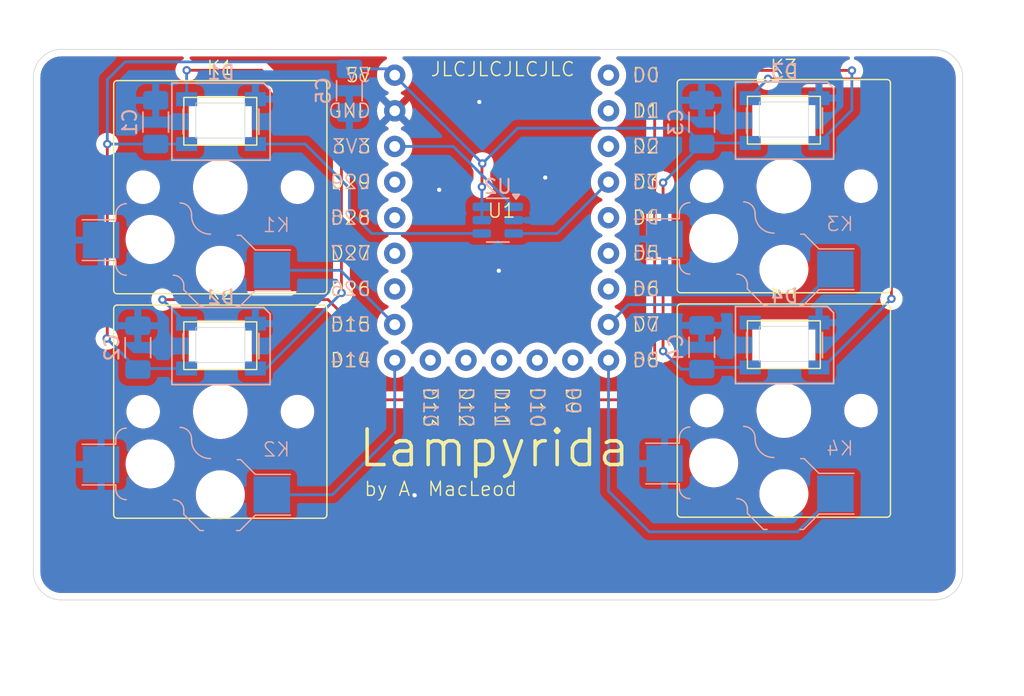
<source format=kicad_pcb>
(kicad_pcb (version 20240108) (generator "pcbnew") (generator_version "8.0")
  (layers (0 "F.Cu" signal) (31 "B.Cu" signal) (34 "B.Paste" user) (35 "F.Paste" user) (36 "B.SilkS" user "B.Silkscreen") (37 "F.SilkS" user "F.Silkscreen") (38 "B.Mask" user) (39 "F.Mask" user) (44 "Edge.Cuts" user))
  (net 0 "")
  (net 16 "GND")
  (net 17 "+5V")
  (net 18 "Net-(D1-DIN)")
  (net 19 "Net-(D1-DOUT)")
  (net 20 "Net-(D2-DOUT)")
  (net 21 "Net-(D3-DOUT)")
  (net 22 "key1")
  (net 23 "key2")
  (net 24 "key3")
  (net 25 "key4")
  (net 26 "RGB")
  (net 27 "VCC")
  (footprint "keyboard_parts:Socket_PG1350_Hotswap" (layer "F.Cu") (at 70.5 30)
    (property "Reference" "K3" (at 0 -8.5 0) (layer "F.SilkS") (effects (font (thickness 0.1))))
    (property "Value" "SW_Push_45deg")
    (fp_line (start -9.85 2.325) (end -7.45 2.325) (stroke (width 0.1)) (layer "B.SilkS"))
    (fp_line (start -9.85 5.225) (end -7.45 5.225) (stroke (width 0.1)) (layer "B.SilkS"))
    (fp_line (start -7.45 2.325) (end -7.45 1.925) (stroke (width 0.1)) (layer "B.SilkS"))
    (fp_line (start -7.45 5.525) (end -7.45 5.225) (stroke (width 0.1)) (layer "B.SilkS"))
    (fp_line (start -2.6 7.025) (end -2.6 7.325) (stroke (width 0.1)) (layer "B.SilkS"))
    (fp_line (start -2.05 2.025) (end -2.05 1.925) (stroke (width 0.1)) (layer "B.SilkS"))
    (fp_line (start -1.45 8.475) (end -2.6 7.325) (stroke (width 0.1)) (layer "B.SilkS"))
    (fp_line (start -1.2 8.475) (end -1.45 8.475) (stroke (width 0.1)) (layer "B.SilkS"))
    (fp_line (start 1.150358 8.474642) (end 1.400358 8.474642) (stroke (width 0.1)) (layer "B.SilkS"))
    (fp_line (start 1.400358 8.474642) (end 2.499642 7.375358) (stroke (width 0.1)) (layer "B.SilkS"))
    (fp_line (start 1.45 3.425) (end 1.2 3.425) (stroke (width 0.1)) (layer "B.SilkS"))
    (fp_line (start 2.5 4.475) (end 1.45 3.425) (stroke (width 0.1)) (layer "B.SilkS"))
    (fp_line (start 2.5 4.475) (end 5 4.475) (stroke (width 0.1)) (layer "B.SilkS"))
    (fp_line (start 2.5 7.375) (end 5 7.375) (stroke (width 0.1)) (layer "B.SilkS"))
    (fp_arc (start -7.45 1.925) (mid -7.23033 1.39467) (end -6.7 1.175) (stroke (width 0.1)) (layer "B.SilkS"))
    (fp_arc (start -6.7 6.275) (mid -7.23033 6.05533) (end -7.45 5.525) (stroke (width 0.1)) (layer "B.SilkS"))
    (fp_arc (start -3.35 6.275) (mid -2.81967 6.49467) (end -2.6 7.025) (stroke (width 0.1)) (layer "B.SilkS"))
    (fp_arc (start -2.865685 1.125514) (mid -2.283982 1.369612) (end -2.050653 1.955718) (stroke (width 0.1)) (layer "B.SilkS"))
    (fp_arc (start -0.7 3.345406) (mid -1.644238 2.974999) (end -2.05 2.045406) (stroke (width 0.1)) (layer "B.SilkS"))
    (fp_line (start -7.6 7.35) (end -7.6 -7.35) (stroke (width 0.1)) (layer "F.SilkS"))
    (fp_line (start -7.35 -7.6) (end 7.35 -7.6) (stroke (width 0.1)) (layer "F.SilkS"))
    (fp_line (start 7.35 7.6) (end -7.35 7.6) (stroke (width 0.1)) (layer "F.SilkS"))
    (fp_line (start 7.6 -7.35) (end 7.6 7.35) (stroke (width 0.1)) (layer "F.SilkS"))
    (fp_rect (start -2.6 -6.4) (end 2.6 -3) (stroke (width 0.1)) (fill none) (layer "F.SilkS"))
    (fp_arc (start -7.6 -7.35) (mid -7.526777 -7.526777) (end -7.35 -7.6) (stroke (width 0.1)) (layer "F.SilkS"))
    (fp_arc (start -7.35 7.6) (mid -7.526777 7.526777) (end -7.6 7.35) (stroke (width 0.1)) (layer "F.SilkS"))
    (fp_arc (start 7.35 -7.6) (mid 7.526777 -7.526777) (end 7.6 -7.35) (stroke (width 0.1)) (layer "F.SilkS"))
    (fp_arc (start 7.6 7.35) (mid 7.526777 7.526777) (end 7.35 7.6) (stroke (width 0.1)) (layer "F.SilkS"))
    (fp_rect (start -1.75 -6) (end 1.75 -3.5) (stroke (width 0.05)) (fill none) (layer "Edge.Cuts"))
    (fp_text user "${REFERENCE}" (at 4 2.7 0) (layer "B.SilkS") (effects (font (thickness 0.1)) (justify mirror)))
    (pad "" np_thru_hole circle (at -5.5 0) (size 1.9 1.9) (drill 1.9) (layers "F&B.Cu" "*.Mask"))
    (pad "" np_thru_hole circle (at -5 3.725) (size 3 3) (drill 3) (layers "F&B.Cu" "*.Mask"))
    (pad "" np_thru_hole circle (at 0 0) (size 3.4 3.4) (drill 3.4) (layers "F&B.Cu" "*.Mask"))
    (pad "" np_thru_hole circle (at 0 5.925) (size 3 3) (drill 3) (layers "F&B.Cu" "*.Mask"))
    (pad "" np_thru_hole circle (at 5.5 0) (size 1.9 1.9) (drill 1.9) (layers "F&B.Cu" "*.Mask"))
    (pad "1" smd rect (at 3.675 5.925) (size 2.6 2.6) (layers "B.Cu" "B.Paste" "B.Mask") (net 24 "key3"))
    (pad "2" smd rect (at -8.5 3.775) (size 2.6 2.6) (layers "B.Cu" "B.Paste" "B.Mask") (net 16 "GND"))
  )
  (footprint "keyboard_parts:RP2040 Zero (Through Hole)" (layer "F.Cu") (at 50.38 32.25)
    (property "Reference" "U1" (at 0 -0.5 0) (layer "F.SilkS") (effects (font (thickness 0.1))))
    (property "Value" "RP2040 Zero")
    (fp_text user "D5" (at 9.25 2.52 0) (layer "B.SilkS") (effects (font (thickness 0.1)) (justify right mirror)))
    (fp_text user "D14" (at -9.25 10.15 0) (layer "B.SilkS") (effects (font (thickness 0.1)) (justify left mirror)))
    (fp_text user "D26" (at -9.25 5.07 0) (layer "B.SilkS") (effects (font (thickness 0.1)) (justify left mirror)))
    (fp_text user "D3" (at 9.25 -2.56 0) (layer "B.SilkS") (effects (font (thickness 0.1)) (justify right mirror)))
    (fp_text user "D7" (at 9.25 7.6 0) (layer "B.SilkS") (effects (font (thickness 0.1)) (justify right mirror)))
    (fp_text user "D10" (at 2.56 12 -90) (layer "B.SilkS") (effects (font (thickness 0.1)) (justify right mirror)))
    (fp_text user "D4" (at 9.25 -0.02 0) (layer "B.SilkS") (effects (font (thickness 0.1)) (justify right mirror)))
    (fp_text user "D27" (at -9.25 2.53 0) (layer "B.SilkS") (effects (font (thickness 0.1)) (justify left mirror)))
    (fp_text user "D11" (at 0.02 12 -90) (layer "B.SilkS") (effects (font (thickness 0.1)) (justify right mirror)))
    (fp_text user "3V3" (at -9.25 -5.09 0) (layer "B.SilkS") (effects (font (thickness 0.1)) (justify left mirror)))
    (fp_text user "D6" (at 9.25 5.06 0) (layer "B.SilkS") (effects (font (thickness 0.1)) (justify right mirror)))
    (fp_text user "D13" (at -5.06 12 -90) (layer "B.SilkS") (effects (font (thickness 0.1)) (justify right mirror)))
    (fp_text user "D12" (at -2.52 12 -90) (layer "B.SilkS") (effects (font (thickness 0.1)) (justify right mirror)))
    (fp_text user "D15" (at -9.25 7.61 0) (layer "B.SilkS") (effects (font (thickness 0.1)) (justify left mirror)))
    (fp_text user "D28" (at -9.25 -0.01 0) (layer "B.SilkS") (effects (font (thickness 0.1)) (justify left mirror)))
    (fp_text user "D2" (at 9.25 -5.1 0) (layer "B.SilkS") (effects (font (thickness 0.1)) (justify right mirror)))
    (fp_text user "GND" (at -9.25 -7.63 0) (layer "B.SilkS") (effects (font (thickness 0.1)) (justify left mirror)))
    (fp_text user "5V" (at -9.25 -10.17 0) (layer "B.SilkS") (effects (font (thickness 0.1)) (justify left mirror)))
    (fp_text user "D0" (at 9.25 -10.16 0) (layer "B.SilkS") (effects (font (thickness 0.1)) (justify right mirror)))
    (fp_text user "D8" (at 9.25 10.14 0) (layer "B.SilkS") (effects (font (thickness 0.1)) (justify right mirror)))
    (fp_text user "D9" (at 5.1 12 -90) (layer "B.SilkS") (effects (font (thickness 0.1)) (justify right mirror)))
    (fp_text user "D29" (at -9.25 -2.55 0) (layer "B.SilkS") (effects (font (thickness 0.1)) (justify left mirror)))
    (fp_text user "D1" (at 9.25 -7.64 0) (layer "B.SilkS") (effects (font (thickness 0.1)) (justify right mirror)))
    (fp_text user "D3" (at 9.25 -2.54 0) (layer "F.SilkS") (effects (font (thickness 0.1)) (justify left)))
    (fp_text user "D5" (at 9.25 2.54 0) (layer "F.SilkS") (effects (font (thickness 0.1)) (justify left)))
    (fp_text user "D6" (at 9.25 5.08 0) (layer "F.SilkS") (effects (font (thickness 0.1)) (justify left)))
    (fp_text user "D14" (at -9.25 10.16 0) (layer "F.SilkS") (effects (font (thickness 0.1)) (justify right)))
    (fp_text user "5V" (at -9.25 -10.16 0) (layer "F.SilkS") (effects (font (thickness 0.1)) (justify right)))
    (fp_text user "D26" (at -9.25 5.08 0) (layer "F.SilkS") (effects (font (thickness 0.1)) (justify right)))
    (fp_text user "D28" (at -9.25 0 0) (layer "F.SilkS") (effects (font (thickness 0.1)) (justify right)))
    (fp_text user "D8" (at 9.25 10.16 0) (layer "F.SilkS") (effects (font (thickness 0.1)) (justify left)))
    (fp_text user "D7" (at 9.25 7.62 0) (layer "F.SilkS") (effects (font (thickness 0.1)) (justify left)))
    (fp_text user "D29" (at -9.25 -2.54 0) (layer "F.SilkS") (effects (font (thickness 0.1)) (justify right)))
    (fp_text user "D27" (at -9.25 2.54 0) (layer "F.SilkS") (effects (font (thickness 0.1)) (justify right)))
    (fp_text user "GND" (at -9.25 -7.62 0) (layer "F.SilkS") (effects (font (thickness 0.1)) (justify right)))
    (fp_text user "D0" (at 9.25 -10.16 0) (layer "F.SilkS") (effects (font (thickness 0.1)) (justify left)))
    (fp_text user "3V3" (at -9.25 -5.08 0) (layer "F.SilkS") (effects (font (thickness 0.1)) (justify right)))
    (fp_text user "D1" (at 9.25 -7.62 0) (layer "F.SilkS") (effects (font (thickness 0.1)) (justify left)))
    (fp_text user "D15" (at -9.25 7.62 0) (layer "F.SilkS") (effects (font (thickness 0.1)) (justify right)))
    (fp_text user "D10" (at 2.54 12 -90) (layer "F.SilkS") (effects (font (thickness 0.1)) (justify left)))
    (fp_text user "D4" (at 9.25 0 0) (layer "F.SilkS") (effects (font (thickness 0.1)) (justify left)))
    (fp_text user "D11" (at 0 12 -90) (layer "F.SilkS") (effects (font (thickness 0.1)) (justify left)))
    (fp_text user "D12" (at -2.54 12 -90) (layer "F.SilkS") (effects (font (thickness 0.1)) (justify left)))
    (fp_text user "D9" (at 5.08 12 -90) (layer "F.SilkS") (effects (font (thickness 0.1)) (justify left)))
    (fp_text user "D13" (at -5.08 12 -90) (layer "F.SilkS") (effects (font (thickness 0.1)) (justify left)))
    (fp_text user "D2" (at 9.25 -5.08 0) (layer "F.SilkS") (effects (font (thickness 0.1)) (justify left)))
    (pad "0" thru_hole circle (at 7.62 -10.16) (size 1.524 1.524) (drill 0.762) (layers "*.Cu" "*.Mask"))
    (pad "1" thru_hole circle (at 7.62 -7.62) (size 1.524 1.524) (drill 0.762) (layers "*.Cu" "*.Mask"))
    (pad "2" thru_hole circle (at 7.62 -5.08) (size 1.524 1.524) (drill 0.762) (layers "*.Cu" "*.Mask"))
    (pad "3" thru_hole circle (at 7.62 -2.54) (size 1.524 1.524) (drill 0.762) (layers "*.Cu" "*.Mask") (net 26 "RGB"))
    (pad "4" thru_hole circle (at 7.62 0) (size 1.524 1.524) (drill 0.762) (layers "*.Cu" "*.Mask"))
    (pad "5" thru_hole circle (at 7.62 2.54) (size 1.524 1.524) (drill 0.762) (layers "*.Cu" "*.Mask"))
    (pad "6" thru_hole circle (at 7.62 5.08) (size 1.524 1.524) (drill 0.762) (layers "*.Cu" "*.Mask"))
    (pad "7" thru_hole circle (at 7.62 7.62) (size 1.524 1.524) (drill 0.762) (layers "*.Cu" "*.Mask") (net 24 "key3"))
    (pad "8" thru_hole circle (at 7.62 10.16) (size 1.524 1.524) (drill 0.762) (layers "*.Cu" "*.Mask") (net 25 "key4"))
    (pad "9" thru_hole circle (at 5.08 10.16) (size 1.524 1.524) (drill 0.762) (layers "*.Cu" "*.Mask"))
    (pad "10" thru_hole circle (at 2.54 10.16) (size 1.524 1.524) (drill 0.762) (layers "*.Cu" "*.Mask"))
    (pad "11" thru_hole circle (at 0 10.16) (size 1.524 1.524) (drill 0.762) (layers "*.Cu" "*.Mask"))
    (pad "12" thru_hole circle (at -2.54 10.16) (size 1.524 1.524) (drill 0.762) (layers "*.Cu" "*.Mask"))
    (pad "13" thru_hole circle (at -5.08 10.16) (size 1.524 1.524) (drill 0.762) (layers "*.Cu" "*.Mask"))
    (pad "14" thru_hole circle (at -7.62 10.16) (size 1.524 1.524) (drill 0.762) (layers "*.Cu" "*.Mask") (net 23 "key2"))
    (pad "15" thru_hole circle (at -7.62 7.62) (size 1.524 1.524) (drill 0.762) (layers "*.Cu" "*.Mask") (net 22 "key1"))
    (pad "26" thru_hole circle (at -7.62 5.08) (size 1.524 1.524) (drill 0.762) (layers "*.Cu" "*.Mask"))
    (pad "27" thru_hole circle (at -7.62 2.54) (size 1.524 1.524) (drill 0.762) (layers "*.Cu" "*.Mask"))
    (pad "28" thru_hole circle (at -7.62 0) (size 1.524 1.524) (drill 0.762) (layers "*.Cu" "*.Mask"))
    (pad "29" thru_hole circle (at -7.62 -2.54) (size 1.524 1.524) (drill 0.762) (layers "*.Cu" "*.Mask"))
    (pad "30" thru_hole circle (at -7.62 -5.08) (size 1.524 1.524) (drill 0.762) (layers "*.Cu" "*.Mask") (net 27 "VCC"))
    (pad "31" thru_hole circle (at -7.62 -7.62) (size 1.524 1.524) (drill 0.762) (layers "*.Cu" "*.Mask") (net 16 "GND"))
    (pad "32" thru_hole circle (at -7.62 -10.16) (size 1.524 1.524) (drill 0.762) (layers "*.Cu" "*.Mask") (net 17 "+5V"))
  )
  (footprint "keyboard_parts:Socket_PG1350_Hotswap" (layer "F.Cu") (at 30.325 30.075)
    (property "Reference" "K1" (at 0 -8.5 0) (layer "F.SilkS") (effects (font (thickness 0.1))))
    (property "Value" "SW_Push_45deg")
    (fp_line (start -9.85 2.325) (end -7.45 2.325) (stroke (width 0.1)) (layer "B.SilkS"))
    (fp_line (start -9.85 5.225) (end -7.45 5.225) (stroke (width 0.1)) (layer "B.SilkS"))
    (fp_line (start -7.45 2.325) (end -7.45 1.925) (stroke (width 0.1)) (layer "B.SilkS"))
    (fp_line (start -7.45 5.525) (end -7.45 5.225) (stroke (width 0.1)) (layer "B.SilkS"))
    (fp_line (start -2.6 7.025) (end -2.6 7.325) (stroke (width 0.1)) (layer "B.SilkS"))
    (fp_line (start -2.05 2.025) (end -2.05 1.925) (stroke (width 0.1)) (layer "B.SilkS"))
    (fp_line (start -1.45 8.475) (end -2.6 7.325) (stroke (width 0.1)) (layer "B.SilkS"))
    (fp_line (start -1.2 8.475) (end -1.45 8.475) (stroke (width 0.1)) (layer "B.SilkS"))
    (fp_line (start 1.150358 8.474642) (end 1.400358 8.474642) (stroke (width 0.1)) (layer "B.SilkS"))
    (fp_line (start 1.400358 8.474642) (end 2.499642 7.375358) (stroke (width 0.1)) (layer "B.SilkS"))
    (fp_line (start 1.45 3.425) (end 1.2 3.425) (stroke (width 0.1)) (layer "B.SilkS"))
    (fp_line (start 2.5 4.475) (end 1.45 3.425) (stroke (width 0.1)) (layer "B.SilkS"))
    (fp_line (start 2.5 4.475) (end 5 4.475) (stroke (width 0.1)) (layer "B.SilkS"))
    (fp_line (start 2.5 7.375) (end 5 7.375) (stroke (width 0.1)) (layer "B.SilkS"))
    (fp_arc (start -7.45 1.925) (mid -7.23033 1.39467) (end -6.7 1.175) (stroke (width 0.1)) (layer "B.SilkS"))
    (fp_arc (start -6.7 6.275) (mid -7.23033 6.05533) (end -7.45 5.525) (stroke (width 0.1)) (layer "B.SilkS"))
    (fp_arc (start -3.35 6.275) (mid -2.81967 6.49467) (end -2.6 7.025) (stroke (width 0.1)) (layer "B.SilkS"))
    (fp_arc (start -2.865685 1.125514) (mid -2.283982 1.369612) (end -2.050653 1.955718) (stroke (width 0.1)) (layer "B.SilkS"))
    (fp_arc (start -0.7 3.345406) (mid -1.644238 2.974999) (end -2.05 2.045406) (stroke (width 0.1)) (layer "B.SilkS"))
    (fp_line (start -7.6 7.35) (end -7.6 -7.35) (stroke (width 0.1)) (layer "F.SilkS"))
    (fp_line (start -7.35 -7.6) (end 7.35 -7.6) (stroke (width 0.1)) (layer "F.SilkS"))
    (fp_line (start 7.35 7.6) (end -7.35 7.6) (stroke (width 0.1)) (layer "F.SilkS"))
    (fp_line (start 7.6 -7.35) (end 7.6 7.35) (stroke (width 0.1)) (layer "F.SilkS"))
    (fp_rect (start -2.6 -6.4) (end 2.6 -3) (stroke (width 0.1)) (fill none) (layer "F.SilkS"))
    (fp_arc (start -7.6 -7.35) (mid -7.526777 -7.526777) (end -7.35 -7.6) (stroke (width 0.1)) (layer "F.SilkS"))
    (fp_arc (start -7.35 7.6) (mid -7.526777 7.526777) (end -7.6 7.35) (stroke (width 0.1)) (layer "F.SilkS"))
    (fp_arc (start 7.35 -7.6) (mid 7.526777 -7.526777) (end 7.6 -7.35) (stroke (width 0.1)) (layer "F.SilkS"))
    (fp_arc (start 7.6 7.35) (mid 7.526777 7.526777) (end 7.35 7.6) (stroke (width 0.1)) (layer "F.SilkS"))
    (fp_rect (start -1.75 -6) (end 1.75 -3.5) (stroke (width 0.05)) (fill none) (layer "Edge.Cuts"))
    (fp_text user "${REFERENCE}" (at 4 2.7 0) (layer "B.SilkS") (effects (font (thickness 0.1)) (justify mirror)))
    (pad "" np_thru_hole circle (at -5.5 0) (size 1.9 1.9) (drill 1.9) (layers "F&B.Cu" "*.Mask"))
    (pad "" np_thru_hole circle (at -5 3.725) (size 3 3) (drill 3) (layers "F&B.Cu" "*.Mask"))
    (pad "" np_thru_hole circle (at 0 0) (size 3.4 3.4) (drill 3.4) (layers "F&B.Cu" "*.Mask"))
    (pad "" np_thru_hole circle (at 0 5.925) (size 3 3) (drill 3) (layers "F&B.Cu" "*.Mask"))
    (pad "" np_thru_hole circle (at 5.5 0) (size 1.9 1.9) (drill 1.9) (layers "F&B.Cu" "*.Mask"))
    (pad "1" smd rect (at 3.675 5.925) (size 2.6 2.6) (layers "B.Cu" "B.Paste" "B.Mask") (net 22 "key1"))
    (pad "2" smd rect (at -8.5 3.775) (size 2.6 2.6) (layers "B.Cu" "B.Paste" "B.Mask") (net 16 "GND"))
  )
  (footprint "keyboard_parts:Socket_PG1350_Hotswap" (layer "F.Cu") (at 30.325 46.075)
    (property "Reference" "K2" (at 0 -8.5 0) (layer "F.SilkS") (effects (font (thickness 0.1))))
    (property "Value" "SW_Push_45deg")
    (fp_line (start -9.85 2.325) (end -7.45 2.325) (stroke (width 0.1)) (layer "B.SilkS"))
    (fp_line (start -9.85 5.225) (end -7.45 5.225) (stroke (width 0.1)) (layer "B.SilkS"))
    (fp_line (start -7.45 2.325) (end -7.45 1.925) (stroke (width 0.1)) (layer "B.SilkS"))
    (fp_line (start -7.45 5.525) (end -7.45 5.225) (stroke (width 0.1)) (layer "B.SilkS"))
    (fp_line (start -2.6 7.025) (end -2.6 7.325) (stroke (width 0.1)) (layer "B.SilkS"))
    (fp_line (start -2.05 2.025) (end -2.05 1.925) (stroke (width 0.1)) (layer "B.SilkS"))
    (fp_line (start -1.45 8.475) (end -2.6 7.325) (stroke (width 0.1)) (layer "B.SilkS"))
    (fp_line (start -1.2 8.475) (end -1.45 8.475) (stroke (width 0.1)) (layer "B.SilkS"))
    (fp_line (start 1.150358 8.474642) (end 1.400358 8.474642) (stroke (width 0.1)) (layer "B.SilkS"))
    (fp_line (start 1.400358 8.474642) (end 2.499642 7.375358) (stroke (width 0.1)) (layer "B.SilkS"))
    (fp_line (start 1.45 3.425) (end 1.2 3.425) (stroke (width 0.1)) (layer "B.SilkS"))
    (fp_line (start 2.5 4.475) (end 1.45 3.425) (stroke (width 0.1)) (layer "B.SilkS"))
    (fp_line (start 2.5 4.475) (end 5 4.475) (stroke (width 0.1)) (layer "B.SilkS"))
    (fp_line (start 2.5 7.375) (end 5 7.375) (stroke (width 0.1)) (layer "B.SilkS"))
    (fp_arc (start -7.45 1.925) (mid -7.23033 1.39467) (end -6.7 1.175) (stroke (width 0.1)) (layer "B.SilkS"))
    (fp_arc (start -6.7 6.275) (mid -7.23033 6.05533) (end -7.45 5.525) (stroke (width 0.1)) (layer "B.SilkS"))
    (fp_arc (start -3.35 6.275) (mid -2.81967 6.49467) (end -2.6 7.025) (stroke (width 0.1)) (layer "B.SilkS"))
    (fp_arc (start -2.865685 1.125514) (mid -2.283982 1.369612) (end -2.050653 1.955718) (stroke (width 0.1)) (layer "B.SilkS"))
    (fp_arc (start -0.7 3.345406) (mid -1.644238 2.974999) (end -2.05 2.045406) (stroke (width 0.1)) (layer "B.SilkS"))
    (fp_line (start -7.6 7.35) (end -7.6 -7.35) (stroke (width 0.1)) (layer "F.SilkS"))
    (fp_line (start -7.35 -7.6) (end 7.35 -7.6) (stroke (width 0.1)) (layer "F.SilkS"))
    (fp_line (start 7.35 7.6) (end -7.35 7.6) (stroke (width 0.1)) (layer "F.SilkS"))
    (fp_line (start 7.6 -7.35) (end 7.6 7.35) (stroke (width 0.1)) (layer "F.SilkS"))
    (fp_rect (start -2.6 -6.4) (end 2.6 -3) (stroke (width 0.1)) (fill none) (layer "F.SilkS"))
    (fp_arc (start -7.6 -7.35) (mid -7.526777 -7.526777) (end -7.35 -7.6) (stroke (width 0.1)) (layer "F.SilkS"))
    (fp_arc (start -7.35 7.6) (mid -7.526777 7.526777) (end -7.6 7.35) (stroke (width 0.1)) (layer "F.SilkS"))
    (fp_arc (start 7.35 -7.6) (mid 7.526777 -7.526777) (end 7.6 -7.35) (stroke (width 0.1)) (layer "F.SilkS"))
    (fp_arc (start 7.6 7.35) (mid 7.526777 7.526777) (end 7.35 7.6) (stroke (width 0.1)) (layer "F.SilkS"))
    (fp_rect (start -1.75 -6) (end 1.75 -3.5) (stroke (width 0.05)) (fill none) (layer "Edge.Cuts"))
    (fp_text user "${REFERENCE}" (at 4 2.7 0) (layer "B.SilkS") (effects (font (thickness 0.1)) (justify mirror)))
    (pad "" np_thru_hole circle (at -5.5 0) (size 1.9 1.9) (drill 1.9) (layers "F&B.Cu" "*.Mask"))
    (pad "" np_thru_hole circle (at -5 3.725) (size 3 3) (drill 3) (layers "F&B.Cu" "*.Mask"))
    (pad "" np_thru_hole circle (at 0 0) (size 3.4 3.4) (drill 3.4) (layers "F&B.Cu" "*.Mask"))
    (pad "" np_thru_hole circle (at 0 5.925) (size 3 3) (drill 3) (layers "F&B.Cu" "*.Mask"))
    (pad "" np_thru_hole circle (at 5.5 0) (size 1.9 1.9) (drill 1.9) (layers "F&B.Cu" "*.Mask"))
    (pad "1" smd rect (at 3.675 5.925) (size 2.6 2.6) (layers "B.Cu" "B.Paste" "B.Mask") (net 23 "key2"))
    (pad "2" smd rect (at -8.5 3.775) (size 2.6 2.6) (layers "B.Cu" "B.Paste" "B.Mask") (net 16 "GND"))
  )
  (footprint "keyboard_parts:Socket_PG1350_Hotswap" (layer "F.Cu") (at 70.5 46)
    (property "Reference" "K4" (at 0 -8.5 0) (layer "F.SilkS") (effects (font (thickness 0.1))))
    (property "Value" "SW_Push_45deg")
    (fp_line (start -9.85 2.325) (end -7.45 2.325) (stroke (width 0.1)) (layer "B.SilkS"))
    (fp_line (start -9.85 5.225) (end -7.45 5.225) (stroke (width 0.1)) (layer "B.SilkS"))
    (fp_line (start -7.45 2.325) (end -7.45 1.925) (stroke (width 0.1)) (layer "B.SilkS"))
    (fp_line (start -7.45 5.525) (end -7.45 5.225) (stroke (width 0.1)) (layer "B.SilkS"))
    (fp_line (start -2.6 7.025) (end -2.6 7.325) (stroke (width 0.1)) (layer "B.SilkS"))
    (fp_line (start -2.05 2.025) (end -2.05 1.925) (stroke (width 0.1)) (layer "B.SilkS"))
    (fp_line (start -1.45 8.475) (end -2.6 7.325) (stroke (width 0.1)) (layer "B.SilkS"))
    (fp_line (start -1.2 8.475) (end -1.45 8.475) (stroke (width 0.1)) (layer "B.SilkS"))
    (fp_line (start 1.150358 8.474642) (end 1.400358 8.474642) (stroke (width 0.1)) (layer "B.SilkS"))
    (fp_line (start 1.400358 8.474642) (end 2.499642 7.375358) (stroke (width 0.1)) (layer "B.SilkS"))
    (fp_line (start 1.45 3.425) (end 1.2 3.425) (stroke (width 0.1)) (layer "B.SilkS"))
    (fp_line (start 2.5 4.475) (end 1.45 3.425) (stroke (width 0.1)) (layer "B.SilkS"))
    (fp_line (start 2.5 4.475) (end 5 4.475) (stroke (width 0.1)) (layer "B.SilkS"))
    (fp_line (start 2.5 7.375) (end 5 7.375) (stroke (width 0.1)) (layer "B.SilkS"))
    (fp_arc (start -7.45 1.925) (mid -7.23033 1.39467) (end -6.7 1.175) (stroke (width 0.1)) (layer "B.SilkS"))
    (fp_arc (start -6.7 6.275) (mid -7.23033 6.05533) (end -7.45 5.525) (stroke (width 0.1)) (layer "B.SilkS"))
    (fp_arc (start -3.35 6.275) (mid -2.81967 6.49467) (end -2.6 7.025) (stroke (width 0.1)) (layer "B.SilkS"))
    (fp_arc (start -2.865685 1.125514) (mid -2.283982 1.369612) (end -2.050653 1.955718) (stroke (width 0.1)) (layer "B.SilkS"))
    (fp_arc (start -0.7 3.345406) (mid -1.644238 2.974999) (end -2.05 2.045406) (stroke (width 0.1)) (layer "B.SilkS"))
    (fp_line (start -7.6 7.35) (end -7.6 -7.35) (stroke (width 0.1)) (layer "F.SilkS"))
    (fp_line (start -7.35 -7.6) (end 7.35 -7.6) (stroke (width 0.1)) (layer "F.SilkS"))
    (fp_line (start 7.35 7.6) (end -7.35 7.6) (stroke (width 0.1)) (layer "F.SilkS"))
    (fp_line (start 7.6 -7.35) (end 7.6 7.35) (stroke (width 0.1)) (layer "F.SilkS"))
    (fp_rect (start -2.6 -6.4) (end 2.6 -3) (stroke (width 0.1)) (fill none) (layer "F.SilkS"))
    (fp_arc (start -7.6 -7.35) (mid -7.526777 -7.526777) (end -7.35 -7.6) (stroke (width 0.1)) (layer "F.SilkS"))
    (fp_arc (start -7.35 7.6) (mid -7.526777 7.526777) (end -7.6 7.35) (stroke (width 0.1)) (layer "F.SilkS"))
    (fp_arc (start 7.35 -7.6) (mid 7.526777 -7.526777) (end 7.6 -7.35) (stroke (width 0.1)) (layer "F.SilkS"))
    (fp_arc (start 7.6 7.35) (mid 7.526777 7.526777) (end 7.35 7.6) (stroke (width 0.1)) (layer "F.SilkS"))
    (fp_rect (start -1.75 -6) (end 1.75 -3.5) (stroke (width 0.05)) (fill none) (layer "Edge.Cuts"))
    (fp_text user "${REFERENCE}" (at 4 2.7 0) (layer "B.SilkS") (effects (font (thickness 0.1)) (justify mirror)))
    (pad "" np_thru_hole circle (at -5.5 0) (size 1.9 1.9) (drill 1.9) (layers "F&B.Cu" "*.Mask"))
    (pad "" np_thru_hole circle (at -5 3.725) (size 3 3) (drill 3) (layers "F&B.Cu" "*.Mask"))
    (pad "" np_thru_hole circle (at 0 0) (size 3.4 3.4) (drill 3.4) (layers "F&B.Cu" "*.Mask"))
    (pad "" np_thru_hole circle (at 0 5.925) (size 3 3) (drill 3) (layers "F&B.Cu" "*.Mask"))
    (pad "" np_thru_hole circle (at 5.5 0) (size 1.9 1.9) (drill 1.9) (layers "F&B.Cu" "*.Mask"))
    (pad "1" smd rect (at 3.675 5.925) (size 2.6 2.6) (layers "B.Cu" "B.Paste" "B.Mask") (net 25 "key4"))
    (pad "2" smd rect (at -8.5 3.775) (size 2.6 2.6) (layers "B.Cu" "B.Paste" "B.Mask") (net 16 "GND"))
  )
  (footprint "Capacitor_SMD:C_1206_3216Metric_Pad1.33x1.80mm_HandSolder" (layer "B.Cu") (at 64.65 25.4375 -90)
    (property "Reference" "C3" (at 0 1.85 90) (layer "B.SilkS") (effects (justify mirror)))
    (property "Value" "C")
    (fp_line (start 0.711252 0.91) (end -0.711252 0.91) (stroke (width 0.12)) (layer "B.SilkS"))
    (fp_line (start 0.711252 -0.91) (end -0.711252 -0.91) (stroke (width 0.12)) (layer "B.SilkS"))
    (pad "1" smd roundrect (at -1.5625 0 270) (size 1.325 1.8) (layers "B.Cu" "B.Paste" "B.Mask") (roundrect_rratio 0.188679) (net 16 "GND"))
    (pad "2" smd roundrect (at 1.5625 0 270) (size 1.325 1.8) (layers "B.Cu" "B.Paste" "B.Mask") (roundrect_rratio 0.188679) (net 17 "+5V"))
  )
  (footprint "LED_SMD:LED_SK6812_PLCC4_5.0x5.0mm_P3.2mm" (layer "B.Cu") (at 70.55 25.325 180)
    (property "Reference" "D3" (at 0 3.5 0) (layer "B.SilkS") (effects (justify mirror)))
    (property "Value" "SK6812")
    (fp_line (start 3.5 2.75) (end 3.5 -2.75) (stroke (width 0.12)) (layer "B.SilkS"))
    (fp_line (start 2.7 -0.9) (end 2.7 0.9) (stroke (width 0.12)) (layer "B.SilkS"))
    (fp_line (start -2.7 -0.9) (end -2.7 0.9) (stroke (width 0.12)) (layer "B.SilkS"))
    (fp_line (start -3.05 2.75) (end 3.5 2.75) (stroke (width 0.12)) (layer "B.SilkS"))
    (fp_line (start -3.5 2.3) (end -3.05 2.75) (stroke (width 0.12)) (layer "B.SilkS"))
    (fp_line (start -3.5 -2.75) (end 3.5 -2.75) (stroke (width 0.12)) (layer "B.SilkS"))
    (fp_line (start -3.5 -2.75) (end -3.5 2.3) (stroke (width 0.12)) (layer "B.SilkS"))
    (pad "1" smd rect (at -2.45 1.6) (size 1.5 1) (layers "B.Cu" "B.Paste" "B.Mask") (net 16 "GND"))
    (pad "2" smd rect (at -2.45 -1.6) (size 1.5 1) (layers "B.Cu" "B.Paste" "B.Mask") (net 20 "Net-(D2-DOUT)"))
    (pad "3" smd rect (at 2.45 -1.6) (size 1.5 1) (layers "B.Cu" "B.Paste" "B.Mask") (net 17 "+5V"))
    (pad "4" smd rect (at 2.45 1.6) (size 1.5 1) (layers "B.Cu" "B.Paste" "B.Mask") (net 21 "Net-(D3-DOUT)"))
  )
  (footprint "Capacitor_SMD:C_1206_3216Metric_Pad1.33x1.80mm_HandSolder" (layer "B.Cu") (at 25.72 25.4375 -90)
    (property "Reference" "C1" (at 0 1.85 90) (layer "B.SilkS") (effects (justify mirror)))
    (property "Value" "C")
    (fp_line (start 0.711252 0.91) (end -0.711252 0.91) (stroke (width 0.12)) (layer "B.SilkS"))
    (fp_line (start 0.711252 -0.91) (end -0.711252 -0.91) (stroke (width 0.12)) (layer "B.SilkS"))
    (pad "1" smd roundrect (at -1.5625 0 270) (size 1.325 1.8) (layers "B.Cu" "B.Paste" "B.Mask") (roundrect_rratio 0.188679) (net 16 "GND"))
    (pad "2" smd roundrect (at 1.5625 0 270) (size 1.325 1.8) (layers "B.Cu" "B.Paste" "B.Mask") (roundrect_rratio 0.188679) (net 17 "+5V"))
  )
  (footprint "LED_SMD:LED_SK6812_PLCC4_5.0x5.0mm_P3.2mm" (layer "B.Cu") (at 30.375 25.4 180)
    (property "Reference" "D1" (at 0 3.5 0) (layer "B.SilkS") (effects (justify mirror)))
    (property "Value" "SK6812")
    (fp_line (start 3.5 2.75) (end 3.5 -2.75) (stroke (width 0.12)) (layer "B.SilkS"))
    (fp_line (start 2.7 -0.9) (end 2.7 0.9) (stroke (width 0.12)) (layer "B.SilkS"))
    (fp_line (start -2.7 -0.9) (end -2.7 0.9) (stroke (width 0.12)) (layer "B.SilkS"))
    (fp_line (start -3.05 2.75) (end 3.5 2.75) (stroke (width 0.12)) (layer "B.SilkS"))
    (fp_line (start -3.5 2.3) (end -3.05 2.75) (stroke (width 0.12)) (layer "B.SilkS"))
    (fp_line (start -3.5 -2.75) (end 3.5 -2.75) (stroke (width 0.12)) (layer "B.SilkS"))
    (fp_line (start -3.5 -2.75) (end -3.5 2.3) (stroke (width 0.12)) (layer "B.SilkS"))
    (pad "1" smd rect (at -2.45 1.6) (size 1.5 1) (layers "B.Cu" "B.Paste" "B.Mask") (net 16 "GND"))
    (pad "2" smd rect (at -2.45 -1.6) (size 1.5 1) (layers "B.Cu" "B.Paste" "B.Mask") (net 18 "Net-(D1-DIN)"))
    (pad "3" smd rect (at 2.45 -1.6) (size 1.5 1) (layers "B.Cu" "B.Paste" "B.Mask") (net 17 "+5V"))
    (pad "4" smd rect (at 2.45 1.6) (size 1.5 1) (layers "B.Cu" "B.Paste" "B.Mask") (net 19 "Net-(D1-DOUT)"))
  )
  (footprint "LED_SMD:LED_SK6812_PLCC4_5.0x5.0mm_P3.2mm" (layer "B.Cu") (at 30.375 41.4 180)
    (property "Reference" "D2" (at 0 3.5 0) (layer "B.SilkS") (effects (justify mirror)))
    (property "Value" "SK6812")
    (fp_line (start 3.5 2.75) (end 3.5 -2.75) (stroke (width 0.12)) (layer "B.SilkS"))
    (fp_line (start 2.7 -0.9) (end 2.7 0.9) (stroke (width 0.12)) (layer "B.SilkS"))
    (fp_line (start -2.7 -0.9) (end -2.7 0.9) (stroke (width 0.12)) (layer "B.SilkS"))
    (fp_line (start -3.05 2.75) (end 3.5 2.75) (stroke (width 0.12)) (layer "B.SilkS"))
    (fp_line (start -3.5 2.3) (end -3.05 2.75) (stroke (width 0.12)) (layer "B.SilkS"))
    (fp_line (start -3.5 -2.75) (end 3.5 -2.75) (stroke (width 0.12)) (layer "B.SilkS"))
    (fp_line (start -3.5 -2.75) (end -3.5 2.3) (stroke (width 0.12)) (layer "B.SilkS"))
    (pad "1" smd rect (at -2.45 1.6) (size 1.5 1) (layers "B.Cu" "B.Paste" "B.Mask") (net 16 "GND"))
    (pad "2" smd rect (at -2.45 -1.6) (size 1.5 1) (layers "B.Cu" "B.Paste" "B.Mask") (net 19 "Net-(D1-DOUT)"))
    (pad "3" smd rect (at 2.45 -1.6) (size 1.5 1) (layers "B.Cu" "B.Paste" "B.Mask") (net 17 "+5V"))
    (pad "4" smd rect (at 2.45 1.6) (size 1.5 1) (layers "B.Cu" "B.Paste" "B.Mask") (net 20 "Net-(D2-DOUT)"))
  )
  (footprint "LED_SMD:LED_SK6812_PLCC4_5.0x5.0mm_P3.2mm" (layer "B.Cu") (at 70.55 41.325 180)
    (property "Reference" "D4" (at 0 3.5 0) (layer "B.SilkS") (effects (justify mirror)))
    (property "Value" "SK6812")
    (fp_line (start 3.5 2.75) (end 3.5 -2.75) (stroke (width 0.12)) (layer "B.SilkS"))
    (fp_line (start 2.7 -0.9) (end 2.7 0.9) (stroke (width 0.12)) (layer "B.SilkS"))
    (fp_line (start -2.7 -0.9) (end -2.7 0.9) (stroke (width 0.12)) (layer "B.SilkS"))
    (fp_line (start -3.05 2.75) (end 3.5 2.75) (stroke (width 0.12)) (layer "B.SilkS"))
    (fp_line (start -3.5 2.3) (end -3.05 2.75) (stroke (width 0.12)) (layer "B.SilkS"))
    (fp_line (start -3.5 -2.75) (end 3.5 -2.75) (stroke (width 0.12)) (layer "B.SilkS"))
    (fp_line (start -3.5 -2.75) (end -3.5 2.3) (stroke (width 0.12)) (layer "B.SilkS"))
    (pad "1" smd rect (at -2.45 1.6) (size 1.5 1) (layers "B.Cu" "B.Paste" "B.Mask") (net 16 "GND"))
    (pad "2" smd rect (at -2.45 -1.6) (size 1.5 1) (layers "B.Cu" "B.Paste" "B.Mask") (net 21 "Net-(D3-DOUT)"))
    (pad "3" smd rect (at 2.45 -1.6) (size 1.5 1) (layers "B.Cu" "B.Paste" "B.Mask") (net 17 "+5V"))
    (pad "4" smd rect (at 2.45 1.6) (size 1.5 1) (layers "B.Cu" "B.Paste" "B.Mask"))
  )
  (footprint "Package_TO_SOT_SMD:SOT-23-6" (layer "B.Cu") (at 50.1075 32.425 180)
    (property "Reference" "U2" (at 0 2.4 0) (layer "B.SilkS") (effects (justify mirror)))
    (property "Value" "TXB0101DBV")
    (fp_line (start 0.8 1.56) (end 0 1.56) (stroke (width 0.12)) (layer "B.SilkS"))
    (fp_line (start 0.8 -1.56) (end 0 -1.56) (stroke (width 0.12)) (layer "B.SilkS"))
    (fp_line (start -0.8 1.56) (end 0 1.56) (stroke (width 0.12)) (layer "B.SilkS"))
    (fp_line (start -0.8 -1.56) (end 0 -1.56) (stroke (width 0.12)) (layer "B.SilkS"))
    (fp_poly (pts (xy -1.3 1.51) (xy -1.54 1.84) (xy -1.06 1.84) (xy -1.3 1.51)) (stroke (width 0.12)) (fill solid) (layer "B.SilkS"))
    (pad "1" smd roundrect (at -1.1375 0.95 180) (size 1.325 0.6) (layers "B.Cu" "B.Paste" "B.Mask") (net 27 "VCC"))
    (pad "2" smd roundrect (at -1.1375 0 180) (size 1.325 0.6) (layers "B.Cu" "B.Paste" "B.Mask") (net 16 "GND"))
    (pad "3" smd roundrect (at -1.1375 -0.95 180) (size 1.325 0.6) (layers "B.Cu" "B.Paste" "B.Mask") (net 26 "RGB"))
    (pad "4" smd roundrect (at 1.1375 -0.95 180) (size 1.325 0.6) (layers "B.Cu" "B.Paste" "B.Mask") (net 18 "Net-(D1-DIN)"))
    (pad "5" smd roundrect (at 1.1375 0 180) (size 1.325 0.6) (layers "B.Cu" "B.Paste" "B.Mask") (net 17 "+5V"))
    (pad "6" smd roundrect (at 1.1375 0.95 180) (size 1.325 0.6) (layers "B.Cu" "B.Paste" "B.Mask") (net 17 "+5V"))
  )
  (footprint "Capacitor_SMD:C_1206_3216Metric_Pad1.33x1.80mm_HandSolder" (layer "B.Cu") (at 64.65 41.4875 -90)
    (property "Reference" "C4" (at 0 1.85 90) (layer "B.SilkS") (effects (justify mirror)))
    (property "Value" "C")
    (fp_line (start 0.711252 0.91) (end -0.711252 0.91) (stroke (width 0.12)) (layer "B.SilkS"))
    (fp_line (start 0.711252 -0.91) (end -0.711252 -0.91) (stroke (width 0.12)) (layer "B.SilkS"))
    (pad "1" smd roundrect (at -1.5625 0 270) (size 1.325 1.8) (layers "B.Cu" "B.Paste" "B.Mask") (roundrect_rratio 0.188679) (net 16 "GND"))
    (pad "2" smd roundrect (at 1.5625 0 270) (size 1.325 1.8) (layers "B.Cu" "B.Paste" "B.Mask") (roundrect_rratio 0.188679) (net 17 "+5V"))
  )
  (footprint "Capacitor_SMD:C_1206_3216Metric_Pad1.33x1.80mm_HandSolder" (layer "B.Cu") (at 39.525 23.2 -90)
    (property "Reference" "C5" (at 0 1.85 90) (layer "B.SilkS") (effects (justify mirror)))
    (property "Value" "C")
    (fp_line (start 0.711252 0.91) (end -0.711252 0.91) (stroke (width 0.12)) (layer "B.SilkS"))
    (fp_line (start 0.711252 -0.91) (end -0.711252 -0.91) (stroke (width 0.12)) (layer "B.SilkS"))
    (pad "1" smd roundrect (at -1.5625 0 270) (size 1.325 1.8) (layers "B.Cu" "B.Paste" "B.Mask") (roundrect_rratio 0.188679) (net 17 "+5V"))
    (pad "2" smd roundrect (at 1.5625 0 270) (size 1.325 1.8) (layers "B.Cu" "B.Paste" "B.Mask") (roundrect_rratio 0.188679) (net 16 "GND"))
  )
  (footprint "Capacitor_SMD:C_1206_3216Metric_Pad1.33x1.80mm_HandSolder" (layer "B.Cu") (at 24.45 41.5125 -90)
    (property "Reference" "C2" (at 0 1.85 90) (layer "B.SilkS") (effects (justify mirror)))
    (property "Value" "C")
    (fp_line (start 0.711252 0.91) (end -0.711252 0.91) (stroke (width 0.12)) (layer "B.SilkS"))
    (fp_line (start 0.711252 -0.91) (end -0.711252 -0.91) (stroke (width 0.12)) (layer "B.SilkS"))
    (pad "1" smd roundrect (at -1.5625 0 270) (size 1.325 1.8) (layers "B.Cu" "B.Paste" "B.Mask") (roundrect_rratio 0.188679) (net 16 "GND"))
    (pad "2" smd roundrect (at 1.5625 0 270) (size 1.325 1.8) (layers "B.Cu" "B.Paste" "B.Mask") (roundrect_rratio 0.188679) (net 17 "+5V"))
  )
  (gr_arc (start 83.25 57.5) (mid 82.664214 58.914214) (end 81.25 59.5) (stroke (width 0.05)) (layer "Edge.Cuts"))
  (gr_line (start 83.25 22.25) (end 83.25 57.5) (stroke (width 0.05)) (layer "Edge.Cuts"))
  (gr_line (start 19 20.25) (end 81.25 20.25) (stroke (width 0.05)) (layer "Edge.Cuts"))
  (gr_line (start 81.25 59.5) (end 19 59.5) (stroke (width 0.05)) (layer "Edge.Cuts"))
  (gr_arc (start 81.25 20.25) (mid 82.664214 20.835786) (end 83.25 22.25) (stroke (width 0.05)) (layer "Edge.Cuts"))
  (gr_arc (start 19 59.5) (mid 17.585786 58.914214) (end 17 57.5) (stroke (width 0.05)) (layer "Edge.Cuts"))
  (gr_line (start 17 57.5) (end 17 22.25) (stroke (width 0.05)) (layer "Edge.Cuts"))
  (gr_arc (start 17 22.25) (mid 17.585786 20.835786) (end 19 20.25) (stroke (width 0.05)) (layer "Edge.Cuts"))
  (gr_text "Lampyrida" (at 40.02 50.17 0) (layer "F.SilkS") (effects (font (size 2.54 2.54) (thickness 0.254)) (justify left bottom)))
  (gr_text "by A. MacLeod" (at 40.52 52.17 0) (layer "F.SilkS") (effects (font (size 1 1) (thickness 0.1)) (justify left bottom)))
  (gr_text "JLCJLCJLCJLC" (at 45.25 22.25 0) (layer "F.SilkS") (effects (font (size 1 1) (thickness 0.1)) (justify left bottom)))
  (via (at 53.49 29.39) (size 0.6) (drill 0.3) (layers "F.Cu" "B.Cu") (net 16))
  (via (at 48.79 24) (size 0.6) (drill 0.3) (layers "F.Cu" "B.Cu") (net 16))
  (via (at 45.93 30.26) (size 0.6) (drill 0.3) (layers "F.Cu" "B.Cu") (net 16))
  (via (at 50.18 36.03) (size 0.6) (drill 0.3) (layers "F.Cu" "B.Cu") (net 16))
  (via (at 44.18 52.04) (size 0.6) (drill 0.3) (layers "F.Cu" "B.Cu") (net 16))
  (segment (start 49.004265 28.385735) (end 48.975735 28.414265) (width 0.2) (layer "F.Cu") (net 17))
  (segment (start 22.27 27) (end 22.27 40.82) (width 0.2) (layer "F.Cu") (net 17))
  (segment (start 48.975735 28.414265) (end 48.975735 30.054265) (width 0.2) (layer "F.Cu") (net 17))
  (segment (start 22.27 40.82) (end 22.23 40.86) (width 0.2) (layer "F.Cu") (net 17))
  (segment (start 61.89 41.76) (end 61.89 29.75) (width 0.2) (layer "F.Cu") (net 17))
  (via (at 48.975735 30.054265) (size 0.6) (drill 0.3) (layers "F.Cu" "B.Cu") (net 17))
  (via (at 22.23 40.86) (size 0.6) (drill 0.3) (layers "F.Cu" "B.Cu") (net 17))
  (via (at 49.004265 28.385735) (size 0.6) (drill 0.3) (layers "F.Cu" "B.Cu") (net 17))
  (via (at 22.27 27) (size 0.6) (drill 0.3) (layers "F.Cu" "B.Cu") (net 17))
  (via (at 61.89 41.76) (size 0.6) (drill 0.3) (layers "F.Cu" "B.Cu") (net 17))
  (via (at 61.89 29.75) (size 0.6) (drill 0.3) (layers "F.Cu" "B.Cu") (net 17))
  (segment (start 24.525 43) (end 24.45 43.075) (width 0.2) (layer "B.Cu") (net 17))
  (segment (start 39.0275 21.14) (end 39.525 21.6375) (width 0.2) (layer "B.Cu") (net 17))
  (segment (start 68.1 42.925) (end 64.775 42.925) (width 0.2) (layer "B.Cu") (net 17))
  (segment (start 63.52 25.87) (end 64.65 27) (width 0.2) (layer "B.Cu") (net 17))
  (segment (start 22.27 22.41) (end 23.54 21.14) (width 0.2) (layer "B.Cu") (net 17))
  (segment (start 48.97 31.475) (end 48.97 32.425) (width 0.2) (layer "B.Cu") (net 17))
  (segment (start 25.72 27) (end 27.925 27) (width 0.2) (layer "B.Cu") (net 17))
  (segment (start 64.775 42.925) (end 64.65 43.05) (width 0.2) (layer "B.Cu") (net 17))
  (segment (start 22.23 40.86) (end 22.235 40.86) (width 0.2) (layer "B.Cu") (net 17))
  (segment (start 64.725 26.925) (end 64.65 27) (width 0.2) (layer "B.Cu") (net 17))
  (segment (start 64.65 43.05) (end 63.18 43.05) (width 0.2) (layer "B.Cu") (net 17))
  (segment (start 27.925 43) (end 24.525 43) (width 0.2) (layer "B.Cu") (net 17))
  (segment (start 51.52 25.87) (end 63.52 25.87) (width 0.2) (layer "B.Cu") (net 17))
  (segment (start 48.975735 30.054265) (end 48.97 30.06) (width 0.2) (layer "B.Cu") (net 17))
  (segment (start 22.235 40.86) (end 24.45 43.075) (width 0.2) (layer "B.Cu") (net 17))
  (segment (start 22.27 27.045) (end 22.27 27) (width 0.2) (layer "B.Cu") (net 17))
  (segment (start 23.54 21.14) (end 39.0275 21.14) (width 0.2) (layer "B.Cu") (net 17))
  (segment (start 63.18 43.05) (end 61.89 41.76) (width 0.2) (layer "B.Cu") (net 17))
  (segment (start 42.3075 21.6375) (end 42.76 22.09) (width 0.2) (layer "B.Cu") (net 17))
  (segment (start 49.004265 28.385735) (end 51.52 25.87) (width 0.2) (layer "B.Cu") (net 17))
  (segment (start 22.2525 27.0625) (end 22.27 27.045) (width 0.2) (layer "B.Cu") (net 17))
  (segment (start 61.89 29.75) (end 61.9 29.75) (width 0.2) (layer "B.Cu") (net 17))
  (segment (start 68.1 26.925) (end 64.725 26.925) (width 0.2) (layer "B.Cu") (net 17))
  (segment (start 42.76 22.14147) (end 42.76 22.09) (width 0.2) (layer "B.Cu") (net 17))
  (segment (start 22.27 27) (end 25.72 27) (width 0.2) (layer "B.Cu") (net 17))
  (segment (start 49.004265 28.385735) (end 42.76 22.14147) (width 0.2) (layer "B.Cu") (net 17))
  (segment (start 39.525 21.6375) (end 42.3075 21.6375) (width 0.2) (layer "B.Cu") (net 17))
  (segment (start 61.9 29.75) (end 64.65 27) (width 0.2) (layer "B.Cu") (net 17))
  (segment (start 48.97 30.06) (end 48.97 31.475) (width 0.2) (layer "B.Cu") (net 17))
  (segment (start 22.27 27) (end 22.27 22.41) (width 0.2) (layer "B.Cu") (net 17))
  (segment (start 39.53 30.15) (end 36.38 27) (width 0.2) (layer "B.Cu") (net 18))
  (segment (start 41.115 33.375) (end 39.53 31.79) (width 0.2) (layer "B.Cu") (net 18))
  (segment (start 48.97 33.375) (end 41.115 33.375) (width 0.2) (layer "B.Cu") (net 18))
  (segment (start 39.53 31.79) (end 39.53 30.15) (width 0.2) (layer "B.Cu") (net 18))
  (segment (start 36.38 27) (end 32.825 27) (width 0.2) (layer "B.Cu") (net 18))
  (segment (start 38.96 27.42) (end 38.96 37.6) (width 0.2) (layer "F.Cu") (net 19))
  (segment (start 27.93 21.74) (end 33.28 21.74) (width 0.2) (layer "F.Cu") (net 19))
  (segment (start 38.96 37.6) (end 38.97 37.61) (width 0.2) (layer "F.Cu") (net 19))
  (segment (start 33.28 21.74) (end 38.96 27.42) (width 0.2) (layer "F.Cu") (net 19))
  (via (at 27.93 21.74) (size 0.6) (drill 0.3) (layers "F.Cu" "B.Cu") (net 19))
  (via (at 38.97 37.61) (size 0.6) (drill 0.3) (layers "F.Cu" "B.Cu") (net 19))
  (segment (start 27.925 23.8) (end 27.925 21.745) (width 0.2) (layer "B.Cu") (net 19))
  (segment (start 33.58 43) (end 32.825 43) (width 0.2) (layer "B.Cu") (net 19))
  (segment (start 27.925 21.745) (end 27.93 21.74) (width 0.2) (layer "B.Cu") (net 19))
  (segment (start 38.97 37.61) (end 33.58 43) (width 0.2) (layer "B.Cu") (net 19))
  (segment (start 39.86 43.9) (end 41.19 45.23) (width 0.2) (layer "F.Cu") (net 20))
  (segment (start 62.02 21.75) (end 75.34 21.75) (width 0.2) (layer "F.Cu") (net 20))
  (segment (start 26.2 38.09) (end 38 38.09) (width 0.2) (layer "F.Cu") (net 20))
  (segment (start 39.86 39.95) (end 39.86 43) (width 0.2) (layer "F.Cu") (net 20))
  (segment (start 61.29 22.48) (end 62.02 21.75) (width 0.2) (layer "F.Cu") (net 20))
  (segment (start 75.34 21.75) (end 75.35 21.76) (width 0.2) (layer "F.Cu") (net 20))
  (segment (start 41.19 45.23) (end 59.84 45.23) (width 0.2) (layer "F.Cu") (net 20))
  (segment (start 38 38.09) (end 38.85 38.94) (width 0.2) (layer "F.Cu") (net 20))
  (segment (start 61.29 43.78) (end 61.29 22.48) (width 0.2) (layer "F.Cu") (net 20))
  (segment (start 38.85 38.94) (end 39.86 39.95) (width 0.2) (layer "F.Cu") (net 20))
  (segment (start 39.86 43) (end 39.86 43.9) (width 0.2) (layer "F.Cu") (net 20))
  (segment (start 59.84 45.23) (end 61.29 43.78) (width 0.2) (layer "F.Cu") (net 20))
  (via (at 26.2 38.09) (size 0.6) (drill 0.3) (layers "F.Cu" "B.Cu") (net 20))
  (via (at 75.35 21.76) (size 0.6) (drill 0.3) (layers "F.Cu" "B.Cu") (net 20))
  (segment (start 27.925 39.8) (end 27.91 39.8) (width 0.2) (layer "B.Cu") (net 20))
  (segment (start 75.35 21.76) (end 75.35 24.575) (width 0.2) (layer "B.Cu") (net 20))
  (segment (start 27.91 39.8) (end 26.2 38.09) (width 0.2) (layer "B.Cu") (net 20))
  (segment (start 75.35 24.575) (end 73 26.925) (width 0.2) (layer "B.Cu") (net 20))
  (segment (start 76.42 22.36) (end 69.38 22.36) (width 0.2) (layer "F.Cu") (net 21))
  (segment (start 78.17 24.11) (end 76.42 22.36) (width 0.2) (layer "F.Cu") (net 21))
  (segment (start 69.38 22.36) (end 69.37 22.35) (width 0.2) (layer "F.Cu") (net 21))
  (segment (start 78.17 38.03) (end 78.17 24.11) (width 0.2) (layer "F.Cu") (net 21))
  (via (at 78.17 38.03) (size 0.6) (drill 0.3) (layers "F.Cu" "B.Cu") (net 21))
  (via (at 69.37 22.35) (size 0.6) (drill 0.3) (layers "F.Cu" "B.Cu") (net 21))
  (segment (start 78.17 38.03) (end 73.275 42.925) (width 0.2) (layer "B.Cu") (net 21))
  (segment (start 68.1 23.62) (end 69.37 22.35) (width 0.2) (layer "B.Cu") (net 21))
  (segment (start 73.275 42.925) (end 73 42.925) (width 0.2) (layer "B.Cu") (net 21))
  (segment (start 68.1 23.725) (end 68.1 23.62) (width 0.2) (layer "B.Cu") (net 21))
  (segment (start 34 36) (end 38.89 36) (width 0.2) (layer "B.Cu") (net 22))
  (segment (start 38.89 36) (end 42.76 39.87) (width 0.2) (layer "B.Cu") (net 22))
  (segment (start 34 52) (end 38.32 52) (width 0.2) (layer "B.Cu") (net 23))
  (segment (start 42.76 47.56) (end 42.76 42.41) (width 0.2) (layer "B.Cu") (net 23))
  (segment (start 38.32 52) (end 42.76 47.56) (width 0.2) (layer "B.Cu") (net 23))
  (segment (start 74.175 35.925) (end 71.65 38.45) (width 0.2) (layer "B.Cu") (net 24))
  (segment (start 59.42 38.45) (end 58 39.87) (width 0.2) (layer "B.Cu") (net 24))
  (segment (start 71.65 38.45) (end 59.42 38.45) (width 0.2) (layer "B.Cu") (net 24))
  (segment (start 71.46 54.64) (end 74.175 51.925) (width 0.2) (layer "B.Cu") (net 25))
  (segment (start 60.9 54.64) (end 71.46 54.64) (width 0.2) (layer "B.Cu") (net 25))
  (segment (start 58 42.41) (end 58 51.74) (width 0.2) (layer "B.Cu") (net 25))
  (segment (start 58 51.74) (end 60.9 54.64) (width 0.2) (layer "B.Cu") (net 25))
  (segment (start 54.335 33.375) (end 58 29.71) (width 0.2) (layer "B.Cu") (net 26))
  (segment (start 51.245 33.375) (end 54.335 33.375) (width 0.2) (layer "B.Cu") (net 26))
  (segment (start 46.94 27.17) (end 42.76 27.17) (width 0.2) (layer "B.Cu") (net 27))
  (segment (start 51.245 31.475) (end 46.94 27.17) (width 0.2) (layer "B.Cu") (net 27))
  (zone (net 16) (net_name "GND") (layers "F&B.Cu") (connect_pads (clearance 0.5)) (min_thickness 0.25) (fill yes (thermal_gap 0.5) (thermal_bridge_width 0.5))
    (polygon (pts (xy 14.66 16.96) (xy 87.05 16.73) (xy 87.64 66.34) (xy 14.62 66.23)))
  )
)
</source>
